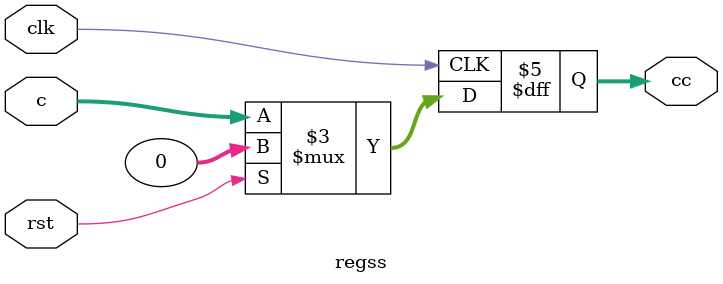
<source format=v>
module regss(clk,rst,c,cc);
input clk,rst;
input [31:0]c;
output reg [31:0]cc; 
always@(posedge clk)
begin
cc<=0;
if(rst)
cc<=0;
else
cc<=c;
end
endmodule

</source>
